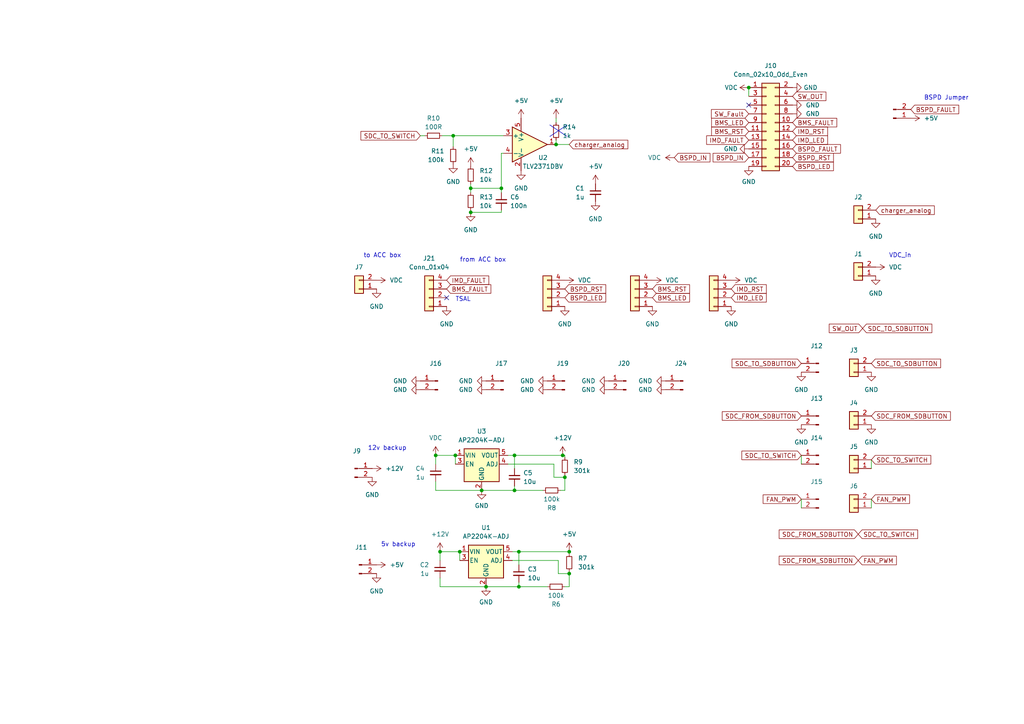
<source format=kicad_sch>
(kicad_sch (version 20230121) (generator eeschema)
  (paper "A4")
  (title_block (date "2025-06-08") (rev "v2025.6"))
  (lib_symbols
    (symbol "Amplifier_Operational:TLV2371DBV" (pin_names (offset 0.127))
      (property "Reference" "U" (at -1.27 6.35 0))
      (property "Value" "TLV2371DBV" (at -1.27 3.81 0))
      (symbol "TLV2371DBV_0_1"
        (polyline (pts (xy -5.08 5.08) (xy 5.08 0) (xy -5.08 -5.08) (xy -5.08 5.08)) (stroke (width 0.254)) (fill (type background)))
        (pin power_in line (at -2.54 -7.62 90) (length 3.81) (name "V-") (number "2"))
        (pin power_in line (at -2.54 7.62 270) (length 3.81) (name "V+") (number "5"))
      )
      (symbol "TLV2371DBV_1_1"
        (pin output line (at 7.62 0 180) (length 2.54) (name "~") (number "1"))
        (pin input line (at -7.62 2.54 0) (length 2.54) (name "+") (number "3"))
        (pin input line (at -7.62 -2.54 0) (length 2.54) (name "-") (number "4"))
      )
    )
    (symbol "Connector:Conn_01x02_Pin" (pin_names (offset 1.016) hide)
      (property "Reference" "J" (at 0 2.54 0))
      (property "Value" "Conn_01x02_Pin" (at 0 -5.08 0))
      (symbol "Conn_01x02_Pin_1_1"
        (polyline (pts (xy 1.27 -2.54) (xy 0.8636 -2.54)) (stroke (width 0.1524)))
        (polyline (pts (xy 1.27 0) (xy 0.8636 0)) (stroke (width 0.1524)))
        (rectangle (start 0.8636 -2.413) (end 0 -2.667) (stroke (width 0.1524)) (fill (type outline)))
        (rectangle (start 0.8636 0.127) (end 0 -0.127) (stroke (width 0.1524)) (fill (type outline)))
        (pin passive line (at 5.08 0 180) (length 3.81) (name "Pin_1") (number "1"))
        (pin passive line (at 5.08 -2.54 180) (length 3.81) (name "Pin_2") (number "2"))
      )
    )
    (symbol "Connector_Generic:Conn_01x02" (pin_names (offset 1.016) hide)
      (property "Reference" "J" (at 0 2.54 0))
      (property "Value" "Conn_01x02" (at 0 -5.08 0))
      (symbol "Conn_01x02_1_1"
        (rectangle (start -1.27 -2.413) (end 0 -2.667) (stroke (width 0.1524)))
        (rectangle (start -1.27 0.127) (end 0 -0.127) (stroke (width 0.1524)))
        (rectangle (start -1.27 1.27) (end 1.27 -3.81) (stroke (width 0.254)) (fill (type background)))
        (pin passive line (at -5.08 0 0) (length 3.81) (name "Pin_1") (number "1"))
        (pin passive line (at -5.08 -2.54 0) (length 3.81) (name "Pin_2") (number "2"))
      )
    )
    (symbol "Connector_Generic:Conn_01x04" (pin_names (offset 1.016) hide)
      (property "Reference" "J" (at 0 5.08 0))
      (property "Value" "Conn_01x04" (at 0 -7.62 0))
      (symbol "Conn_01x04_1_1"
        (rectangle (start -1.27 -4.953) (end 0 -5.207) (stroke (width 0.1524)))
        (rectangle (start -1.27 -2.413) (end 0 -2.667) (stroke (width 0.1524)))
        (rectangle (start -1.27 0.127) (end 0 -0.127) (stroke (width 0.1524)))
        (rectangle (start -1.27 2.667) (end 0 2.413) (stroke (width 0.1524)))
        (rectangle (start -1.27 3.81) (end 1.27 -6.35) (stroke (width 0.254)) (fill (type background)))
        (pin passive line (at -5.08 2.54 0) (length 3.81) (name "Pin_1") (number "1"))
        (pin passive line (at -5.08 0 0) (length 3.81) (name "Pin_2") (number "2"))
        (pin passive line (at -5.08 -2.54 0) (length 3.81) (name "Pin_3") (number "3"))
        (pin passive line (at -5.08 -5.08 0) (length 3.81) (name "Pin_4") (number "4"))
      )
    )
    (symbol "Connector_Generic:Conn_02x10_Odd_Even" (pin_names (offset 1.016) hide)
      (property "Reference" "J" (at 1.27 12.7 0))
      (property "Value" "Conn_02x10_Odd_Even" (at 1.27 -15.24 0))
      (symbol "Conn_02x10_Odd_Even_1_1"
        (rectangle (start -1.27 -12.573) (end 0 -12.827) (stroke (width 0.1524)))
        (rectangle (start -1.27 -10.033) (end 0 -10.287) (stroke (width 0.1524)))
        (rectangle (start -1.27 -7.493) (end 0 -7.747) (stroke (width 0.1524)))
        (rectangle (start -1.27 -4.953) (end 0 -5.207) (stroke (width 0.1524)))
        (rectangle (start -1.27 -2.413) (end 0 -2.667) (stroke (width 0.1524)))
        (rectangle (start -1.27 0.127) (end 0 -0.127) (stroke (width 0.1524)))
        (rectangle (start -1.27 2.667) (end 0 2.413) (stroke (width 0.1524)))
        (rectangle (start -1.27 5.207) (end 0 4.953) (stroke (width 0.1524)))
        (rectangle (start -1.27 7.747) (end 0 7.493) (stroke (width 0.1524)))
        (rectangle (start -1.27 10.287) (end 0 10.033) (stroke (width 0.1524)))
        (rectangle (start -1.27 11.43) (end 3.81 -13.97) (stroke (width 0.254)) (fill (type background)))
        (rectangle (start 3.81 -12.573) (end 2.54 -12.827) (stroke (width 0.1524)))
        (rectangle (start 3.81 -10.033) (end 2.54 -10.287) (stroke (width 0.1524)))
        (rectangle (start 3.81 -7.493) (end 2.54 -7.747) (stroke (width 0.1524)))
        (rectangle (start 3.81 -4.953) (end 2.54 -5.207) (stroke (width 0.1524)))
        (rectangle (start 3.81 -2.413) (end 2.54 -2.667) (stroke (width 0.1524)))
        (rectangle (start 3.81 0.127) (end 2.54 -0.127) (stroke (width 0.1524)))
        (rectangle (start 3.81 2.667) (end 2.54 2.413) (stroke (width 0.1524)))
        (rectangle (start 3.81 5.207) (end 2.54 4.953) (stroke (width 0.1524)))
        (rectangle (start 3.81 7.747) (end 2.54 7.493) (stroke (width 0.1524)))
        (rectangle (start 3.81 10.287) (end 2.54 10.033) (stroke (width 0.1524)))
        (pin passive line (at -5.08 10.16 0) (length 3.81) (name "Pin_1") (number "1"))
        (pin passive line (at 7.62 0 180) (length 3.81) (name "Pin_10") (number "10"))
        (pin passive line (at -5.08 -2.54 0) (length 3.81) (name "Pin_11") (number "11"))
        (pin passive line (at 7.62 -2.54 180) (length 3.81) (name "Pin_12") (number "12"))
        (pin passive line (at -5.08 -5.08 0) (length 3.81) (name "Pin_13") (number "13"))
        (pin passive line (at 7.62 -5.08 180) (length 3.81) (name "Pin_14") (number "14"))
        (pin passive line (at -5.08 -7.62 0) (length 3.81) (name "Pin_15") (number "15"))
        (pin passive line (at 7.62 -7.62 180) (length 3.81) (name "Pin_16") (number "16"))
        (pin passive line (at -5.08 -10.16 0) (length 3.81) (name "Pin_17") (number "17"))
        (pin passive line (at 7.62 -10.16 180) (length 3.81) (name "Pin_18") (number "18"))
        (pin passive line (at -5.08 -12.7 0) (length 3.81) (name "Pin_19") (number "19"))
        (pin passive line (at 7.62 10.16 180) (length 3.81) (name "Pin_2") (number "2"))
        (pin passive line (at 7.62 -12.7 180) (length 3.81) (name "Pin_20") (number "20"))
        (pin passive line (at -5.08 7.62 0) (length 3.81) (name "Pin_3") (number "3"))
        (pin passive line (at 7.62 7.62 180) (length 3.81) (name "Pin_4") (number "4"))
        (pin passive line (at -5.08 5.08 0) (length 3.81) (name "Pin_5") (number "5"))
        (pin passive line (at 7.62 5.08 180) (length 3.81) (name "Pin_6") (number "6"))
        (pin passive line (at -5.08 2.54 0) (length 3.81) (name "Pin_7") (number "7"))
        (pin passive line (at 7.62 2.54 180) (length 3.81) (name "Pin_8") (number "8"))
        (pin passive line (at -5.08 0 0) (length 3.81) (name "Pin_9") (number "9"))
      )
    )
    (symbol "Device:C_Small" (pin_numbers hide) (pin_names (offset 0.254) hide)
      (property "Reference" "C" (at 0.254 1.778 0))
      (property "Value" "C_Small" (at 0.254 -2.032 0))
      (symbol "C_Small_0_1"
        (polyline (pts (xy -1.524 -0.508) (xy 1.524 -0.508)) (stroke (width 0.3302)))
        (polyline (pts (xy -1.524 0.508) (xy 1.524 0.508)) (stroke (width 0.3048)))
      )
      (symbol "C_Small_1_1"
        (pin passive line (at 0 2.54 270) (length 2.032) (name "~") (number "1"))
        (pin passive line (at 0 -2.54 90) (length 2.032) (name "~") (number "2"))
      )
    )
    (symbol "Device:R_Small" (pin_numbers hide) (pin_names (offset 0.254) hide)
      (property "Reference" "R" (at 0.762 0.508 0))
      (property "Value" "R_Small" (at 0.762 -1.016 0))
      (symbol "R_Small_0_1"
        (rectangle (start -0.762 1.778) (end 0.762 -1.778) (stroke (width 0.2032)))
      )
      (symbol "R_Small_1_1"
        (pin passive line (at 0 2.54 270) (length 0.762) (name "~") (number "1"))
        (pin passive line (at 0 -2.54 90) (length 0.762) (name "~") (number "2"))
      )
    )
    (symbol "Regulator_Linear:AP2204K-ADJ" (pin_names (offset 0.254))
      (property "Reference" "U" (at -5.08 5.715 0))
      (property "Value" "AP2204K-ADJ" (at 0 5.715 0))
      (symbol "AP2204K-ADJ_0_1"
        (rectangle (start -5.08 4.445) (end 5.08 -5.08) (stroke (width 0.254)) (fill (type background)))
      )
      (symbol "AP2204K-ADJ_1_1"
        (pin power_in line (at -7.62 2.54 0) (length 2.54) (name "VIN") (number "1"))
        (pin power_in line (at 0 -7.62 90) (length 2.54) (name "GND") (number "2"))
        (pin input line (at -7.62 0 0) (length 2.54) (name "EN") (number "3"))
        (pin input line (at 7.62 0 180) (length 2.54) (name "ADJ") (number "4"))
        (pin power_out line (at 7.62 2.54 180) (length 2.54) (name "VOUT") (number "5"))
      )
    )
    (symbol "power:+12V" (power) (pin_names (offset 0))
      (property "Value" "+12V" (at 0 3.556 0))
      (symbol "+12V_0_1"
        (polyline (pts (xy -0.762 1.27) (xy 0 2.54)))
        (polyline (pts (xy 0 0) (xy 0 2.54)))
        (polyline (pts (xy 0 2.54) (xy 0.762 1.27)))
      )
      (symbol "+12V_1_1"
        (pin power_in line (at 0 0 90) (length 0) hide (name "+12V") (number "1"))
      )
    )
    (symbol "power:+5V" (power) (pin_names (offset 0))
      (property "Value" "+5V" (at 0 3.556 0))
      (symbol "+5V_0_1"
        (polyline (pts (xy -0.762 1.27) (xy 0 2.54)))
        (polyline (pts (xy 0 0) (xy 0 2.54)))
        (polyline (pts (xy 0 2.54) (xy 0.762 1.27)))
      )
      (symbol "+5V_1_1"
        (pin power_in line (at 0 0 90) (length 0) hide (name "+5V") (number "1"))
      )
    )
    (symbol "power:GND" (power) (pin_names (offset 0))
      (property "Value" "GND" (at 0 -3.81 0))
      (symbol "GND_0_1"
        (polyline (pts (xy 0 0) (xy 0 -1.27) (xy 1.27 -1.27) (xy 0 -2.54) (xy -1.27 -1.27) (xy 0 -1.27)))
      )
      (symbol "GND_1_1"
        (pin power_in line (at 0 0 270) (length 0) hide (name "GND") (number "1"))
      )
    )
    (symbol "power:VDC" (power) (pin_names (offset 0))
      (property "Value" "VDC" (at 0 6.35 0))
      (symbol "VDC_0_1"
        (polyline (pts (xy -0.762 1.27) (xy 0 2.54)))
        (polyline (pts (xy 0 0) (xy 0 2.54)))
        (polyline (pts (xy 0 2.54) (xy 0.762 1.27)))
      )
      (symbol "VDC_1_1"
        (pin power_in line (at 0 0 90) (length 0) hide (name "VDC") (number "1"))
      )
    )
  )
  (junction (at 136.525 54.61))
  (junction (at 149.225 142.24))
  (junction (at 150.495 160.02))
  (junction (at 165.1 160.02))
  (junction (at 140.97 170.18))
  (junction (at 150.495 170.18))
  (junction (at 126.365 132.08))
  (junction (at 127.635 160.02))
  (junction (at 161.29 41.91))
  (junction (at 145.415 54.61))
  (junction (at 139.7 142.24))
  (junction (at 163.83 138.43))
  (junction (at 132.08 132.08))
  (junction (at 165.1 166.37))
  (junction (at 133.35 160.02))
  (junction (at 149.225 132.08))
  (junction (at 217.17 25.4))
  (junction (at 136.525 61.595))
  (junction (at 131.445 39.37))
  (junction (at 163.195 132.08))
  (no_connect (at 129.54 86.36))
  (no_connect (at 217.17 30.48))
  (wire (pts (xy 165.1 165.735) (xy 165.1 166.37)))
  (wire (pts (xy 147.32 132.08) (xy 149.225 132.08)))
  (wire (pts (xy 133.35 160.02) (xy 127.635 160.02)))
  (wire (pts (xy 160.655 138.43) (xy 163.83 138.43)))
  (wire (pts (xy 127.635 170.18) (xy 140.97 170.18)))
  (wire (pts (xy 165.1 160.02) (xy 165.1 160.655)))
  (wire (pts (xy 163.83 170.18) (xy 165.1 170.18)))
  (wire (pts (xy 149.225 132.08) (xy 163.195 132.08)))
  (wire (pts (xy 127.635 167.64) (xy 127.635 170.18)))
  (wire (pts (xy 145.415 54.61) (xy 145.415 44.45)))
  (wire (pts (xy 150.495 160.02) (xy 150.495 163.83)))
  (wire (pts (xy 161.29 41.91) (xy 165.1 41.91)))
  (wire (pts (xy 132.08 132.08) (xy 126.365 132.08)))
  (wire (pts (xy 161.29 40.64) (xy 161.29 41.91)))
  (wire (pts (xy 163.83 138.43) (xy 163.83 142.24)))
  (wire (pts (xy 136.525 54.61) (xy 136.525 53.34)))
  (wire (pts (xy 121.92 39.37) (xy 123.19 39.37)))
  (wire (pts (xy 150.495 168.91) (xy 150.495 170.18)))
  (wire (pts (xy 128.27 39.37) (xy 131.445 39.37)))
  (wire (pts (xy 161.925 162.56) (xy 161.925 166.37)))
  (wire (pts (xy 136.525 60.96) (xy 136.525 61.595)))
  (wire (pts (xy 147.32 134.62) (xy 160.655 134.62)))
  (wire (pts (xy 161.925 166.37) (xy 165.1 166.37)))
  (wire (pts (xy 126.365 132.08) (xy 126.365 134.62)))
  (wire (pts (xy 136.525 61.595) (xy 145.415 61.595)))
  (wire (pts (xy 145.415 60.96) (xy 145.415 61.595)))
  (wire (pts (xy 217.17 25.4) (xy 217.17 27.94)))
  (wire (pts (xy 132.08 132.08) (xy 132.08 134.62)))
  (wire (pts (xy 252.73 133.35) (xy 252.73 135.89)))
  (wire (pts (xy 127.635 160.02) (xy 127.635 162.56)))
  (wire (pts (xy 149.225 142.24) (xy 157.48 142.24)))
  (wire (pts (xy 165.1 166.37) (xy 165.1 170.18)))
  (wire (pts (xy 252.73 144.78) (xy 252.73 147.32)))
  (wire (pts (xy 145.415 55.88) (xy 145.415 54.61)))
  (wire (pts (xy 161.29 34.29) (xy 161.29 35.56)))
  (wire (pts (xy 136.525 54.61) (xy 145.415 54.61)))
  (wire (pts (xy 145.415 44.45) (xy 146.05 44.45)))
  (wire (pts (xy 126.365 142.24) (xy 139.7 142.24)))
  (wire (pts (xy 149.225 132.08) (xy 149.225 135.89)))
  (wire (pts (xy 139.7 142.24) (xy 149.225 142.24)))
  (wire (pts (xy 148.59 160.02) (xy 150.495 160.02)))
  (wire (pts (xy 131.445 39.37) (xy 131.445 42.545)))
  (wire (pts (xy 149.225 140.97) (xy 149.225 142.24)))
  (wire (pts (xy 232.41 144.78) (xy 232.41 147.32)))
  (wire (pts (xy 232.41 132.08) (xy 232.41 134.62)))
  (wire (pts (xy 148.59 162.56) (xy 161.925 162.56)))
  (wire (pts (xy 136.525 54.61) (xy 136.525 55.88)))
  (wire (pts (xy 163.195 132.08) (xy 163.83 132.08)))
  (wire (pts (xy 140.97 170.18) (xy 150.495 170.18)))
  (wire (pts (xy 133.35 160.02) (xy 133.35 162.56)))
  (wire (pts (xy 131.445 39.37) (xy 146.05 39.37)))
  (wire (pts (xy 150.495 170.18) (xy 158.75 170.18)))
  (wire (pts (xy 160.655 134.62) (xy 160.655 138.43)))
  (wire (pts (xy 162.56 142.24) (xy 163.83 142.24)))
  (wire (pts (xy 126.365 139.7) (xy 126.365 142.24)))
  (wire (pts (xy 163.83 132.08) (xy 163.83 132.715)))
  (wire (pts (xy 150.495 160.02) (xy 165.1 160.02)))
  (wire (pts (xy 163.83 137.795) (xy 163.83 138.43)))
  (text "to ACC box" (at 105.41 74.93 0) (effects (font (size 1.27 1.27)) (justify left bottom)))
  (text "TSAL" (at 132.08 87.63 0) (effects (font (size 1.27 1.27)) (justify left bottom)))
  (text "BSPD Jumper\n" (at 267.97 29.21 0) (effects (font (size 1.27 1.27)) (justify left bottom)))
  (text "from ACC box" (at 133.35 76.2 0) (effects (font (size 1.27 1.27)) (justify left bottom)))
  (text "5v backup" (at 110.49 158.75 0) (effects (font (size 1.27 1.27)) (justify left bottom)))
  (text "VDC_in" (at 257.81 74.93 0) (effects (font (size 1.27 1.27)) (justify left bottom)))
  (text "12v backup" (at 106.68 130.81 0) (effects (font (size 1.27 1.27)) (justify left bottom)))
  (text "X" (at 165.1 40.64 90) (effects (font (size 5 5)) (justify left bottom)))
  (global_label "SDC_TO_SWITCH" (shape input) (at 252.73 133.35 0) (property "Intersheetrefs" "${INTERSHEET_REFS}" (effects hide)))
  (global_label "SDC_FROM_SDBUTTON" (shape input) (at 248.92 162.56 180) (property "Intersheetrefs" "${INTERSHEET_REFS}" (effects hide)))
  (global_label "charger_analog" (shape input) (at 165.1 41.91 0) (property "Intersheetrefs" "${INTERSHEET_REFS}" (effects hide)))
  (global_label "FAN_PWM" (shape input) (at 232.41 144.78 180) (property "Intersheetrefs" "${INTERSHEET_REFS}" (effects hide)))
  (global_label "BSPD_RST" (shape input) (at 229.87 45.72 0) (property "Intersheetrefs" "${INTERSHEET_REFS}" (effects hide)))
  (global_label "BMS_LED" (shape input) (at 189.23 86.36 0) (property "Intersheetrefs" "${INTERSHEET_REFS}" (effects hide)))
  (global_label "IMD_FAULT" (shape input) (at 129.54 81.28 0) (property "Intersheetrefs" "${INTERSHEET_REFS}" (effects hide)))
  (global_label "charger_analog" (shape input) (at 254 60.96 0) (property "Intersheetrefs" "${INTERSHEET_REFS}" (effects hide)))
  (global_label "IMD_RST" (shape input) (at 229.87 38.1 0) (property "Intersheetrefs" "${INTERSHEET_REFS}" (effects hide)))
  (global_label "SDC_TO_SWITCH" (shape input) (at 248.92 154.94 0) (property "Intersheetrefs" "${INTERSHEET_REFS}" (effects hide)))
  (global_label "FAN_PWM" (shape input) (at 252.73 144.78 0) (property "Intersheetrefs" "${INTERSHEET_REFS}" (effects hide)))
  (global_label "SDC_FROM_SDBUTTON" (shape input) (at 252.73 120.65 0) (property "Intersheetrefs" "${INTERSHEET_REFS}" (effects hide)))
  (global_label "SDC_FROM_SDBUTTON" (shape input) (at 232.41 120.65 180) (property "Intersheetrefs" "${INTERSHEET_REFS}" (effects hide)))
  (global_label "SDC_FROM_SDBUTTON" (shape input) (at 248.92 154.94 180) (property "Intersheetrefs" "${INTERSHEET_REFS}" (effects hide)))
  (global_label "BSPD_FAULT" (shape input) (at 264.16 31.75 0) (property "Intersheetrefs" "${INTERSHEET_REFS}" (effects hide)))
  (global_label "FAN_PWM" (shape input) (at 248.92 162.56 0) (property "Intersheetrefs" "${INTERSHEET_REFS}" (effects hide)))
  (global_label "BMS_RST" (shape input) (at 189.23 83.82 0) (property "Intersheetrefs" "${INTERSHEET_REFS}" (effects hide)))
  (global_label "BSPD_LED" (shape input) (at 163.83 86.36 0) (property "Intersheetrefs" "${INTERSHEET_REFS}" (effects hide)))
  (global_label "BSPD_LED" (shape input) (at 229.87 48.26 0) (property "Intersheetrefs" "${INTERSHEET_REFS}" (effects hide)))
  (global_label "SDC_TO_SWITCH" (shape input) (at 121.92 39.37 180) (property "Intersheetrefs" "${INTERSHEET_REFS}" (effects hide)))
  (global_label "SDC_TO_SDBUTTON" (shape input) (at 252.73 105.41 0) (property "Intersheetrefs" "${INTERSHEET_REFS}" (effects hide)))
  (global_label "BMS_FAULT" (shape input) (at 129.54 83.82 0) (property "Intersheetrefs" "${INTERSHEET_REFS}" (effects hide)))
  (global_label "SW_Fault" (shape input) (at 217.17 33.02 180) (property "Intersheetrefs" "${INTERSHEET_REFS}" (effects hide)))
  (global_label "IMD_RST" (shape input) (at 212.09 83.82 0) (property "Intersheetrefs" "${INTERSHEET_REFS}" (effects hide)))
  (global_label "IMD_LED" (shape input) (at 229.87 40.64 0) (property "Intersheetrefs" "${INTERSHEET_REFS}" (effects hide)))
  (global_label "BSPD_FAULT" (shape input) (at 229.87 43.18 0) (property "Intersheetrefs" "${INTERSHEET_REFS}" (effects hide)))
  (global_label "BSPD_RST" (shape input) (at 163.83 83.82 0) (property "Intersheetrefs" "${INTERSHEET_REFS}" (effects hide)))
  (global_label "SDC_TO_SDBUTTON" (shape input) (at 232.41 105.41 180) (property "Intersheetrefs" "${INTERSHEET_REFS}" (effects hide)))
  (global_label "BMS_FAULT" (shape input) (at 229.87 35.56 0) (property "Intersheetrefs" "${INTERSHEET_REFS}" (effects hide)))
  (global_label "IMD_FAULT" (shape input) (at 217.17 40.64 180) (property "Intersheetrefs" "${INTERSHEET_REFS}" (effects hide)))
  (global_label "BMS_RST" (shape input) (at 217.17 38.1 180) (property "Intersheetrefs" "${INTERSHEET_REFS}" (effects hide)))
  (global_label "SDC_TO_SWITCH" (shape input) (at 232.41 132.08 180) (property "Intersheetrefs" "${INTERSHEET_REFS}" (effects hide)))
  (global_label "BMS_LED" (shape input) (at 217.17 35.56 180) (property "Intersheetrefs" "${INTERSHEET_REFS}" (effects hide)))
  (global_label "SW_OUT" (shape input) (at 229.87 27.94 0) (property "Intersheetrefs" "${INTERSHEET_REFS}" (effects hide)))
  (global_label "SDC_TO_SDBUTTON" (shape input) (at 250.19 95.25 0) (property "Intersheetrefs" "${INTERSHEET_REFS}" (effects hide)))
  (global_label "BSPD_IN" (shape input) (at 195.58 45.72 0) (property "Intersheetrefs" "${INTERSHEET_REFS}" (effects hide)))
  (global_label "BSPD_IN" (shape input) (at 217.17 45.72 180) (property "Intersheetrefs" "${INTERSHEET_REFS}" (effects hide)))
  (global_label "IMD_LED" (shape input) (at 212.09 86.36 0) (property "Intersheetrefs" "${INTERSHEET_REFS}" (effects hide)))
  (global_label "SW_OUT" (shape input) (at 250.19 95.25 180) (property "Intersheetrefs" "${INTERSHEET_REFS}" (effects hide)))
  (symbol (lib_id "power:VDC") (at 212.09 81.28 270) (mirror x) (unit 1)
    (property "Reference" "#PWR011" (effects hide))
    (property "Value" "VDC" (at 215.9 81.28 90) (effects (justify left)))
  )
  (symbol (lib_id "power:GND") (at 189.23 88.9 0) (unit 1)
    (property "Reference" "#PWR031" (effects hide))
    (property "Value" "GND" (at 189.23 93.98 0))
  )
  (symbol (lib_id "power:VDC") (at 189.23 81.28 270) (mirror x) (unit 1)
    (property "Reference" "#PWR010" (effects hide))
    (property "Value" "VDC" (at 193.04 81.28 90) (effects (justify left)))
  )
  (symbol (lib_id "power:GND") (at 107.95 138.43 0) (unit 1)
    (property "Reference" "#PWR038" (effects hide))
    (property "Value" "GND" (at 107.95 143.51 0))
  )
  (symbol (lib_id "Regulator_Linear:AP2204K-ADJ") (at 140.97 162.56 0) (unit 1)
    (property "Reference" "U1" (at 140.97 153.035 0))
    (property "Value" "AP2204K-ADJ" (at 140.97 155.575 0))
    (property "Footprint" "Package_TO_SOT_SMD:SOT-23-5" (effects hide))
    (property "Datasheet" "https://www.diodes.com/assets/Datasheets/AP2204.pdf" (effects hide))
  )
  (symbol (lib_id "Device:C_Small") (at 172.72 55.88 0) (unit 1)
    (property "Reference" "C1" (at 169.545 54.6163 0) (effects (justify right)))
    (property "Value" "1u" (at 169.545 57.1563 0) (effects (justify right)))
    (property "Footprint" "Capacitor_SMD:C_0603_1608Metric_Pad1.08x0.95mm_HandSolder" (effects hide))
  )
  (symbol (lib_id "Connector_Generic:Conn_01x04") (at 184.15 86.36 180) (unit 1)
    (property "Reference" "J22" (effects hide))
    (property "Value" "Conn_01x04" (effects hide))
    (property "Footprint" "Connector_JST:JST_XH_B4B-XH-A_1x04_P2.50mm_Vertical" (effects hide))
  )
  (symbol (lib_id "Device:C_Small") (at 150.495 166.37 0) (mirror y) (unit 1)
    (property "Reference" "C3" (at 153.035 165.1 0) (effects (justify right)))
    (property "Value" "10u" (at 153.035 167.64 0) (effects (justify right)))
    (property "Footprint" "Capacitor_SMD:C_0805_2012Metric_Pad1.18x1.45mm_HandSolder" (effects hide))
  )
  (symbol (lib_id "Connector_Generic:Conn_01x04") (at 124.46 86.36 180) (unit 1)
    (property "Reference" "J21" (at 124.46 74.93 0))
    (property "Value" "Conn_01x04" (at 124.46 77.47 0))
    (property "Footprint" "Connector_JST:JST_XH_B4B-XH-A_1x04_P2.50mm_Vertical" (effects hide))
  )
  (symbol (lib_id "Connector:Conn_01x02_Pin") (at 198.12 110.49 0) (mirror y) (unit 1)
    (property "Reference" "J24" (at 197.485 105.41 0))
    (property "Value" "Conn_01x02_Pin" (effects hide))
    (property "Footprint" "Connector_PinHeader_2.54mm:PinHeader_1x02_P2.54mm_Vertical" (effects hide))
  )
  (symbol (lib_id "power:VDC") (at 163.83 81.28 270) (mirror x) (unit 1)
    (property "Reference" "#PWR09" (effects hide))
    (property "Value" "VDC" (at 167.64 81.28 90) (effects (justify left)))
  )
  (symbol (lib_id "power:GND") (at 172.72 58.42 0) (unit 1)
    (property "Reference" "#PWR020" (effects hide))
    (property "Value" "GND" (at 172.72 63.5 0))
  )
  (symbol (lib_id "power:GND") (at 131.445 47.625 0) (unit 1)
    (property "Reference" "#PWR08" (effects hide))
    (property "Value" "GND" (at 131.445 52.705 0))
  )
  (symbol (lib_id "Connector_Generic:Conn_01x02") (at 248.92 63.5 180) (unit 1)
    (property "Reference" "J2" (at 248.92 57.15 0))
    (property "Value" "Conn_01x02" (effects hide))
    (property "Footprint" "Connector_JST:JST_XH_B2B-XH-A_1x02_P2.50mm_Vertical" (effects hide))
  )
  (symbol (lib_id "Connector_Generic:Conn_02x10_Odd_Even") (at 222.25 35.56 0) (unit 1)
    (property "Reference" "J10" (at 223.52 19.05 0))
    (property "Value" "Conn_02x10_Odd_Even" (at 223.52 21.59 0))
    (property "Footprint" "Connector_PinSocket_2.54mm:PinSocket_2x10_P2.54mm_Vertical" (effects hide))
  )
  (symbol (lib_id "power:+5V") (at 161.29 34.29 0) (unit 1)
    (property "Reference" "#PWR034" (effects hide))
    (property "Value" "+5V" (at 161.29 29.21 0))
  )
  (symbol (lib_id "power:GND") (at 252.73 107.95 0) (unit 1)
    (property "Reference" "#PWR021" (effects hide))
    (property "Value" "GND" (at 252.73 113.03 0))
  )
  (symbol (lib_id "power:GND") (at 254 80.01 0) (unit 1)
    (property "Reference" "#PWR015" (effects hide))
    (property "Value" "GND" (at 254 85.09 0))
  )
  (symbol (lib_id "power:VDC") (at 126.365 132.08 0) (unit 1)
    (property "Reference" "#PWR037" (effects hide))
    (property "Value" "VDC" (at 126.365 127 0))
  )
  (symbol (lib_id "Device:R_Small") (at 160.02 142.24 90) (mirror x) (unit 1)
    (property "Reference" "R8" (at 160.02 147.32 90))
    (property "Value" "100k" (at 160.02 144.78 90))
    (property "Footprint" "Resistor_SMD:R_0603_1608Metric" (effects hide))
  )
  (symbol (lib_id "power:+5V") (at 136.525 48.26 0) (unit 1)
    (property "Reference" "#PWR027" (effects hide))
    (property "Value" "+5V" (at 136.525 43.18 0))
  )
  (symbol (lib_id "power:GND") (at 136.525 61.595 0) (unit 1)
    (property "Reference" "#PWR028" (effects hide))
    (property "Value" "GND" (at 136.525 66.675 0))
  )
  (symbol (lib_id "Connector_Generic:Conn_01x02") (at 104.14 83.82 180) (unit 1)
    (property "Reference" "J7" (at 104.14 77.47 0))
    (property "Value" "Conn_01x02" (effects hide))
    (property "Footprint" "Connector_JST:JST_XH_B2B-XH-A_1x02_P2.50mm_Vertical" (effects hide))
  )
  (symbol (lib_id "Device:R_Small") (at 163.83 135.255 0) (unit 1)
    (property "Reference" "R9" (at 166.37 133.985 0) (effects (justify left)))
    (property "Value" "301k" (at 166.37 136.525 0) (effects (justify left)))
    (property "Footprint" "Resistor_SMD:R_0603_1608Metric" (effects hide))
  )
  (symbol (lib_id "power:GND") (at 121.92 113.03 270) (unit 1)
    (property "Reference" "#PWR042" (effects hide))
    (property "Value" "GND" (at 118.11 113.03 90) (effects (justify right)))
  )
  (symbol (lib_id "power:+12V") (at 163.195 132.08 0) (unit 1)
    (property "Reference" "#PWR023" (effects hide))
    (property "Value" "+12V" (at 163.195 127 0))
  )
  (symbol (lib_id "Connector:Conn_01x02_Pin") (at 181.61 110.49 0) (mirror y) (unit 1)
    (property "Reference" "J20" (at 180.975 105.41 0))
    (property "Value" "Conn_01x02_Pin" (effects hide))
    (property "Footprint" "Connector_PinHeader_2.54mm:PinHeader_1x02_P2.54mm_Vertical" (effects hide))
  )
  (symbol (lib_id "Connector_Generic:Conn_01x04") (at 207.01 86.36 180) (unit 1)
    (property "Reference" "J18" (effects hide))
    (property "Value" "Conn_01x04" (effects hide))
    (property "Footprint" "Connector_JST:JST_XH_B4B-XH-A_1x04_P2.50mm_Vertical" (effects hide))
  )
  (symbol (lib_id "power:GND") (at 229.87 25.4 90) (mirror x) (unit 1)
    (property "Reference" "#PWR04" (effects hide))
    (property "Value" "GND" (at 233.045 25.4 90) (effects (justify right)))
  )
  (symbol (lib_id "power:VDC") (at 217.17 25.4 90) (mirror x) (unit 1)
    (property "Reference" "#PWR01" (effects hide))
    (property "Value" "VDC" (at 213.995 25.4 90) (effects (justify left)))
  )
  (symbol (lib_id "Amplifier_Operational:TLV2371DBV") (at 153.67 41.91 0) (unit 1)
    (property "Reference" "U2" (at 157.48 45.72 0))
    (property "Value" "TLV2371DBV" (at 157.48 48.26 0))
    (property "Footprint" "Package_TO_SOT_SMD:SOT-23-5" (effects hide))
    (property "Datasheet" "http://www.ti.com/lit/ds/symlink/tlv2375.pdf" (effects hide))
    (property "Sim.Library" "sloc062d/tlv2371.lib" (effects hide))
    (property "Sim.Name" "TLV2371" (effects hide))
    (property "Sim.Device" "SUBCKT" (effects hide))
    (property "Sim.Pins" "1=3 2=4 3=6 4=2 5=1" (effects hide))
  )
  (symbol (lib_id "power:GND") (at 158.75 110.49 270) (unit 1)
    (property "Reference" "#PWR046" (effects hide))
    (property "Value" "GND" (at 154.94 110.49 90) (effects (justify right)))
  )
  (symbol (lib_id "power:GND") (at 140.97 110.49 270) (unit 1)
    (property "Reference" "#PWR044" (effects hide))
    (property "Value" "GND" (at 137.16 110.49 90) (effects (justify right)))
  )
  (symbol (lib_id "Regulator_Linear:AP2204K-ADJ") (at 139.7 134.62 0) (unit 1)
    (property "Reference" "U3" (at 139.7 125.095 0))
    (property "Value" "AP2204K-ADJ" (at 139.7 127.635 0))
    (property "Footprint" "Package_TO_SOT_SMD:SOT-23-5" (effects hide))
    (property "Datasheet" "https://www.diodes.com/assets/Datasheets/AP2204.pdf" (effects hide))
  )
  (symbol (lib_id "power:GND") (at 176.53 110.49 270) (unit 1)
    (property "Reference" "#PWR048" (effects hide))
    (property "Value" "GND" (at 172.72 110.49 90) (effects (justify right)))
  )
  (symbol (lib_id "Connector:Conn_01x02_Pin") (at 237.49 120.65 0) (mirror y) (unit 1)
    (property "Reference" "J13" (at 236.855 115.57 0))
    (property "Value" "Conn_01x02_Pin" (effects hide))
    (property "Footprint" "Connector_PinHeader_2.54mm:PinHeader_1x02_P2.54mm_Vertical" (effects hide))
  )
  (symbol (lib_id "power:GND") (at 254 63.5 0) (unit 1)
    (property "Reference" "#PWR014" (effects hide))
    (property "Value" "GND" (at 254 68.58 0))
  )
  (symbol (lib_id "power:+5V") (at 165.1 160.02 0) (unit 1)
    (property "Reference" "#PWR026" (effects hide))
    (property "Value" "+5V" (at 165.1 154.94 0))
  )
  (symbol (lib_id "power:GND") (at 217.17 43.18 270) (mirror x) (unit 1)
    (property "Reference" "#PWR02" (effects hide))
    (property "Value" "GND" (at 213.995 43.18 90) (effects (justify right)))
  )
  (symbol (lib_id "power:VDC") (at 254 77.47 270) (mirror x) (unit 1)
    (property "Reference" "#PWR013" (effects hide))
    (property "Value" "VDC" (at 257.81 77.47 90) (effects (justify left)))
  )
  (symbol (lib_id "Connector:Conn_01x02_Pin") (at 259.08 34.29 0) (mirror x) (unit 1)
    (property "Reference" "J23" (effects hide))
    (property "Value" "Conn_01x02_Pin" (effects hide))
    (property "Footprint" "Connector_PinHeader_2.54mm:PinHeader_1x02_P2.54mm_Vertical" (effects hide))
  )
  (symbol (lib_id "power:GND") (at 121.92 110.49 270) (unit 1)
    (property "Reference" "#PWR043" (effects hide))
    (property "Value" "GND" (at 118.11 110.49 90) (effects (justify right)))
  )
  (symbol (lib_id "power:GND") (at 212.09 88.9 0) (unit 1)
    (property "Reference" "#PWR012" (effects hide))
    (property "Value" "GND" (at 212.09 93.98 0))
  )
  (symbol (lib_id "Connector_Generic:Conn_01x02") (at 247.65 123.19 180) (unit 1)
    (property "Reference" "J4" (at 247.65 116.84 0))
    (property "Value" "Conn_01x02" (effects hide))
    (property "Footprint" "Connector_JST:JST_XH_B2B-XH-A_1x02_P2.50mm_Vertical" (effects hide))
  )
  (symbol (lib_id "power:+12V") (at 107.95 135.89 270) (unit 1)
    (property "Reference" "#PWR035" (effects hide))
    (property "Value" "+12V" (at 111.76 135.89 90) (effects (justify left)))
  )
  (symbol (lib_id "Connector:Conn_01x02_Pin") (at 146.05 110.49 0) (mirror y) (unit 1)
    (property "Reference" "J17" (at 145.415 105.41 0))
    (property "Value" "Conn_01x02_Pin" (effects hide))
    (property "Footprint" "Connector_PinHeader_2.54mm:PinHeader_1x02_P2.54mm_Vertical" (effects hide))
  )
  (symbol (lib_id "Device:R_Small") (at 136.525 50.8 0) (unit 1)
    (property "Reference" "R12" (at 139.065 49.53 0) (effects (justify left)))
    (property "Value" "10k" (at 139.065 52.07 0) (effects (justify left)))
    (property "Footprint" "Resistor_SMD:R_0603_1608Metric" (effects hide))
  )
  (symbol (lib_id "power:GND") (at 140.97 170.18 0) (unit 1)
    (property "Reference" "#PWR025" (effects hide))
    (property "Value" "GND" (at 140.97 174.625 0))
  )
  (symbol (lib_id "Connector:Conn_01x02_Pin") (at 237.49 105.41 0) (mirror y) (unit 1)
    (property "Reference" "J12" (at 236.855 100.33 0))
    (property "Value" "Conn_01x02_Pin" (effects hide))
    (property "Footprint" "Connector_PinHeader_2.54mm:PinHeader_1x02_P2.54mm_Vertical" (effects hide))
  )
  (symbol (lib_id "Device:R_Small") (at 131.445 45.085 0) (mirror y) (unit 1)
    (property "Reference" "R11" (at 128.905 43.815 0) (effects (justify left)))
    (property "Value" "100k" (at 128.905 46.355 0) (effects (justify left)))
    (property "Footprint" "Resistor_SMD:R_0603_1608Metric" (effects hide))
  )
  (symbol (lib_id "power:GND") (at 193.04 113.03 270) (unit 1)
    (property "Reference" "#PWR052" (effects hide))
    (property "Value" "GND" (at 189.23 113.03 90) (effects (justify right)))
  )
  (symbol (lib_id "power:+5V") (at 109.22 163.83 270) (unit 1)
    (property "Reference" "#PWR036" (effects hide))
    (property "Value" "+5V" (at 113.03 163.83 90) (effects (justify left)))
  )
  (symbol (lib_id "power:GND") (at 232.41 123.19 0) (mirror y) (unit 1)
    (property "Reference" "#PWR041" (effects hide))
    (property "Value" "GND" (at 232.41 128.27 0))
  )
  (symbol (lib_id "power:GND") (at 217.17 48.26 0) (mirror y) (unit 1)
    (property "Reference" "#PWR03" (effects hide))
    (property "Value" "GND" (at 217.17 52.705 0))
  )
  (symbol (lib_id "power:GND") (at 252.73 123.19 0) (unit 1)
    (property "Reference" "#PWR030" (effects hide))
    (property "Value" "GND" (at 252.73 128.27 0))
  )
  (symbol (lib_id "Device:R_Small") (at 165.1 163.195 0) (unit 1)
    (property "Reference" "R7" (at 167.64 161.925 0) (effects (justify left)))
    (property "Value" "301k" (at 167.64 164.465 0) (effects (justify left)))
    (property "Footprint" "Resistor_SMD:R_0603_1608Metric" (effects hide))
  )
  (symbol (lib_id "power:GND") (at 140.97 113.03 270) (unit 1)
    (property "Reference" "#PWR045" (effects hide))
    (property "Value" "GND" (at 137.16 113.03 90) (effects (justify right)))
  )
  (symbol (lib_id "power:GND") (at 109.22 166.37 0) (unit 1)
    (property "Reference" "#PWR039" (effects hide))
    (property "Value" "GND" (at 109.22 171.45 0))
  )
  (symbol (lib_id "Device:C_Small") (at 149.225 138.43 0) (mirror y) (unit 1)
    (property "Reference" "C5" (at 151.765 137.16 0) (effects (justify right)))
    (property "Value" "10u" (at 151.765 139.7 0) (effects (justify right)))
    (property "Footprint" "Capacitor_SMD:C_0805_2012Metric_Pad1.18x1.45mm_HandSolder" (effects hide))
  )
  (symbol (lib_id "Device:R_Small") (at 161.29 170.18 90) (mirror x) (unit 1)
    (property "Reference" "R6" (at 161.29 175.26 90))
    (property "Value" "100k" (at 161.29 172.72 90))
    (property "Footprint" "Resistor_SMD:R_0603_1608Metric" (effects hide))
  )
  (symbol (lib_id "Device:C_Small") (at 126.365 137.16 0) (unit 1)
    (property "Reference" "C4" (at 123.19 135.8963 0) (effects (justify right)))
    (property "Value" "1u" (at 123.19 138.4363 0) (effects (justify right)))
    (property "Footprint" "Capacitor_SMD:C_0603_1608Metric_Pad1.08x0.95mm_HandSolder" (effects hide))
  )
  (symbol (lib_id "Connector:Conn_01x02_Pin") (at 102.87 135.89 0) (unit 1)
    (property "Reference" "J9" (at 103.505 130.81 0))
    (property "Value" "Conn_01x02_Pin" (effects hide))
    (property "Footprint" "Connector_PinHeader_2.54mm:PinHeader_1x02_P2.54mm_Vertical" (effects hide))
  )
  (symbol (lib_id "power:GND") (at 232.41 107.95 0) (unit 1)
    (property "Reference" "#PWR040" (effects hide))
    (property "Value" "GND" (at 232.41 113.03 0))
  )
  (symbol (lib_id "Connector:Conn_01x02_Pin") (at 104.14 163.83 0) (unit 1)
    (property "Reference" "J11" (at 104.775 158.75 0))
    (property "Value" "Conn_01x02_Pin" (effects hide))
    (property "Footprint" "Connector_PinHeader_2.54mm:PinHeader_1x02_P2.54mm_Vertical" (effects hide))
  )
  (symbol (lib_id "power:GND") (at 163.83 88.9 0) (unit 1)
    (property "Reference" "#PWR017" (effects hide))
    (property "Value" "GND" (at 163.83 93.98 0))
  )
  (symbol (lib_id "power:GND") (at 193.04 110.49 270) (unit 1)
    (property "Reference" "#PWR051" (effects hide))
    (property "Value" "GND" (at 189.23 110.49 90) (effects (justify right)))
  )
  (symbol (lib_id "Device:C_Small") (at 127.635 165.1 0) (unit 1)
    (property "Reference" "C2" (at 124.46 163.8363 0) (effects (justify right)))
    (property "Value" "1u" (at 124.46 166.3763 0) (effects (justify right)))
    (property "Footprint" "Capacitor_SMD:C_0603_1608Metric_Pad1.08x0.95mm_HandSolder" (effects hide))
  )
  (symbol (lib_id "Connector_Generic:Conn_01x04") (at 158.75 86.36 180) (unit 1)
    (property "Reference" "J8" (effects hide))
    (property "Value" "Conn_01x04" (effects hide))
    (property "Footprint" "Connector_JST:JST_XH_B4B-XH-A_1x04_P2.50mm_Vertical" (effects hide))
  )
  (symbol (lib_id "power:GND") (at 129.54 88.9 0) (unit 1)
    (property "Reference" "#PWR033" (effects hide))
    (property "Value" "GND" (at 129.54 93.98 0))
  )
  (symbol (lib_id "Connector_Generic:Conn_01x02") (at 248.92 80.01 180) (unit 1)
    (property "Reference" "J1" (at 248.92 73.66 0))
    (property "Value" "Conn_01x02" (effects hide))
    (property "Footprint" "Connector_JST:JST_XH_B2B-XH-A_1x02_P2.50mm_Vertical" (effects hide))
  )
  (symbol (lib_id "power:GND") (at 109.22 83.82 0) (unit 1)
    (property "Reference" "#PWR018" (effects hide))
    (property "Value" "GND" (at 109.22 88.9 0))
  )
  (symbol (lib_id "power:+5V") (at 151.13 34.29 0) (unit 1)
    (property "Reference" "#PWR032" (effects hide))
    (property "Value" "+5V" (at 151.13 29.21 0))
  )
  (symbol (lib_id "Connector:Conn_01x02_Pin") (at 237.49 144.78 0) (mirror y) (unit 1)
    (property "Reference" "J15" (at 236.855 139.7 0))
    (property "Value" "Conn_01x02_Pin" (effects hide))
    (property "Footprint" "Connector_PinHeader_2.54mm:PinHeader_1x02_P2.54mm_Vertical" (effects hide))
  )
  (symbol (lib_id "Connector:Conn_01x02_Pin") (at 163.83 110.49 0) (mirror y) (unit 1)
    (property "Reference" "J19" (at 163.195 105.41 0))
    (property "Value" "Conn_01x02_Pin" (effects hide))
    (property "Footprint" "Connector_PinHeader_2.54mm:PinHeader_1x02_P2.54mm_Vertical" (effects hide))
  )
  (symbol (lib_id "power:VDC") (at 109.22 81.28 270) (mirror x) (unit 1)
    (property "Reference" "#PWR07" (effects hide))
    (property "Value" "VDC" (at 113.03 81.28 90) (effects (justify left)))
  )
  (symbol (lib_id "Connector_Generic:Conn_01x02") (at 247.65 107.95 180) (unit 1)
    (property "Reference" "J3" (at 247.65 101.6 0))
    (property "Value" "Conn_01x02" (effects hide))
    (property "Footprint" "Connector_JST:JST_XH_B2B-XH-A_1x02_P2.50mm_Vertical" (effects hide))
  )
  (symbol (lib_id "Connector_Generic:Conn_01x02") (at 247.65 147.32 180) (unit 1)
    (property "Reference" "J6" (at 247.65 140.97 0))
    (property "Value" "Conn_01x02" (effects hide))
    (property "Footprint" "Connector_JST:JST_XH_B2B-XH-A_1x02_P2.50mm_Vertical" (effects hide))
  )
  (symbol (lib_id "Connector:Conn_01x02_Pin") (at 127 110.49 0) (mirror y) (unit 1)
    (property "Reference" "J16" (at 126.365 105.41 0))
    (property "Value" "Conn_01x02_Pin" (effects hide))
    (property "Footprint" "Connector_PinHeader_2.54mm:PinHeader_1x02_P2.54mm_Vertical" (effects hide))
  )
  (symbol (lib_id "power:VDC") (at 195.58 45.72 90) (mirror x) (unit 1)
    (property "Reference" "#PWR016" (effects hide))
    (property "Value" "VDC" (at 191.77 45.72 90) (effects (justify left)))
  )
  (symbol (lib_id "Device:R_Small") (at 161.29 38.1 0) (unit 1)
    (property "Reference" "R14" (at 163.195 36.83 0) (effects (justify left)))
    (property "Value" "1k" (at 163.195 39.37 0) (effects (justify left)))
    (property "Footprint" "Resistor_SMD:R_0603_1608Metric" (effects hide))
  )
  (symbol (lib_id "power:GND") (at 176.53 113.03 270) (unit 1)
    (property "Reference" "#PWR049" (effects hide))
    (property "Value" "GND" (at 172.72 113.03 90) (effects (justify right)))
  )
  (symbol (lib_id "Device:R_Small") (at 125.73 39.37 90) (unit 1)
    (property "Reference" "R10" (at 125.73 34.29 90))
    (property "Value" "100R" (at 125.73 36.83 90))
    (property "Footprint" "Resistor_SMD:R_0603_1608Metric" (effects hide))
  )
  (symbol (lib_id "power:GND") (at 151.13 49.53 0) (unit 1)
    (property "Reference" "#PWR029" (effects hide))
    (property "Value" "GND" (at 151.13 54.61 0))
  )
  (symbol (lib_id "Connector:Conn_01x02_Pin") (at 237.49 132.08 0) (mirror y) (unit 1)
    (property "Reference" "J14" (at 236.855 127 0))
    (property "Value" "Conn_01x02_Pin" (effects hide))
    (property "Footprint" "Connector_PinHeader_2.54mm:PinHeader_1x02_P2.54mm_Vertical" (effects hide))
  )
  (symbol (lib_id "power:GND") (at 229.87 30.48 90) (mirror x) (unit 1)
    (property "Reference" "#PWR05" (effects hide))
    (property "Value" "GND" (at 233.68 30.48 90) (effects (justify right)))
  )
  (symbol (lib_id "power:GND") (at 139.7 142.24 0) (unit 1)
    (property "Reference" "#PWR022" (effects hide))
    (property "Value" "GND" (at 139.7 146.685 0))
  )
  (symbol (lib_id "power:+5V") (at 172.72 53.34 0) (unit 1)
    (property "Reference" "#PWR019" (effects hide))
    (property "Value" "+5V" (at 172.72 48.26 0))
  )
  (symbol (lib_id "Connector_Generic:Conn_01x02") (at 247.65 135.89 180) (unit 1)
    (property "Reference" "J5" (at 247.65 129.54 0))
    (property "Value" "Conn_01x02" (effects hide))
    (property "Footprint" "Connector_JST:JST_XH_B2B-XH-A_1x02_P2.50mm_Vertical" (effects hide))
  )
  (symbol (lib_id "power:GND") (at 158.75 113.03 270) (unit 1)
    (property "Reference" "#PWR047" (effects hide))
    (property "Value" "GND" (at 154.94 113.03 90) (effects (justify right)))
  )
  (symbol (lib_id "power:GND") (at 229.87 33.02 90) (mirror x) (unit 1)
    (property "Reference" "#PWR06" (effects hide))
    (property "Value" "GND" (at 233.68 33.02 90) (effects (justify right)))
  )
  (symbol (lib_id "power:+12V") (at 127.635 160.02 0) (unit 1)
    (property "Reference" "#PWR024" (effects hide))
    (property "Value" "+12V" (at 127.635 154.94 0))
  )
  (symbol (lib_id "Device:C_Small") (at 145.415 58.42 0) (unit 1)
    (property "Reference" "C6" (at 147.955 57.1563 0) (effects (justify left)))
    (property "Value" "100n" (at 147.955 59.6963 0) (effects (justify left)))
    (property "Footprint" "Capacitor_SMD:C_0603_1608Metric" (effects hide))
  )
  (symbol (lib_id "power:+5V") (at 264.16 34.29 270) (unit 1)
    (property "Reference" "#PWR050" (effects hide))
    (property "Value" "+5V" (at 267.97 34.29 90) (effects (justify left)))
  )
  (symbol (lib_id "Device:R_Small") (at 136.525 58.42 0) (unit 1)
    (property "Reference" "R13" (at 139.065 57.15 0) (effects (justify left)))
    (property "Value" "10k" (at 139.065 59.69 0) (effects (justify left)))
    (property "Footprint" "Resistor_SMD:R_0603_1608Metric" (effects hide))
  )
)
</source>
